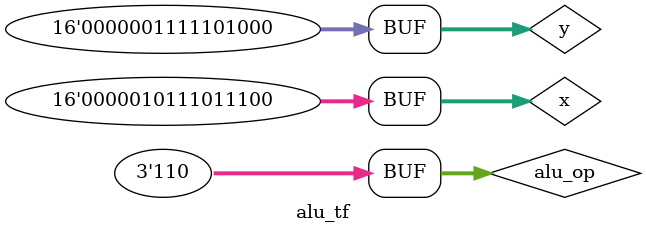
<source format=v>
`timescale 1ns / 1ps


module alu_tf;

	// Inputs
	reg [2:0] alu_op;
	reg [15:0] x;
	reg [15:0] y;

	// Outputs
	wire [15:0] out;
	wire lt;
	wire eq;
	wire gt;
	wire carry_out;
	wire overflow;

	// Instantiate the Unit Under Test (UUT)
	alu uut (
		.alu_op(alu_op), 
		.x(x), 
		.y(y), 
		.out(out), 
		.lt(lt), 
		.eq(eq), 
		.gt(gt), 
		.carry_out(carry_out), 
		.overflow(overflow)
	);

	initial begin
		// AND & lt
		alu_op = 0;
		x = 500;
		y = 1000;

		// OR
		#1 alu_op = 1;
        
		// ADD
		#1 alu_op = 2;
		
		// SUB
		#1 alu_op = 6;
		
		// eq
		#1 x = 1000;
		
		// gt
		#1 x = 1500;
	end
      
endmodule


</source>
